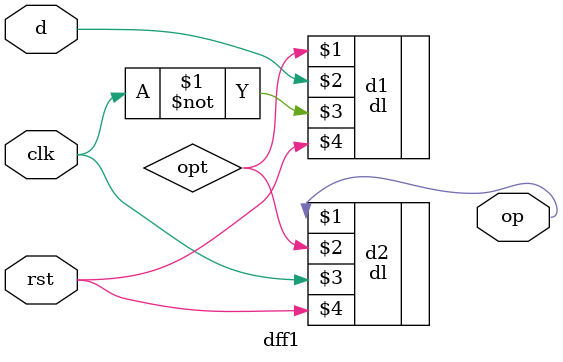
<source format=v>
module dff1 (output op,input d,clk,rst);
dl d1 (opt,d,~clk,rst);
dl d2 (op,opt,clk,rst);
endmodule
</source>
